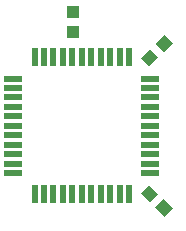
<source format=gtp>
G75*
G70*
%OFA0B0*%
%FSLAX24Y24*%
%IPPOS*%
%LPD*%
%AMOC8*
5,1,8,0,0,1.08239X$1,22.5*
%
%ADD10R,0.0591X0.0197*%
%ADD11R,0.0197X0.0591*%
%ADD12R,0.0433X0.0394*%
%ADD13R,0.0394X0.0433*%
D10*
X004325Y005419D03*
X004325Y005734D03*
X004325Y006049D03*
X004325Y006364D03*
X004325Y006679D03*
X004325Y006994D03*
X004325Y007309D03*
X004325Y007624D03*
X004325Y007939D03*
X004325Y008254D03*
X004325Y008569D03*
X008892Y008569D03*
X008892Y008254D03*
X008892Y007939D03*
X008892Y007624D03*
X008892Y007309D03*
X008892Y006994D03*
X008892Y006679D03*
X008892Y006364D03*
X008892Y006049D03*
X008892Y005734D03*
X008892Y005419D03*
G36*
X008885Y004438D02*
X008580Y004743D01*
X008859Y005022D01*
X009164Y004717D01*
X008885Y004438D01*
G37*
G36*
X009359Y003965D02*
X009054Y004270D01*
X009333Y004549D01*
X009638Y004244D01*
X009359Y003965D01*
G37*
G36*
X009164Y009270D02*
X008859Y008965D01*
X008580Y009244D01*
X008885Y009549D01*
X009164Y009270D01*
G37*
G36*
X009638Y009743D02*
X009333Y009438D01*
X009054Y009717D01*
X009359Y010022D01*
X009638Y009743D01*
G37*
G36*
X009638Y009743D02*
X009333Y009438D01*
X009054Y009717D01*
X009359Y010022D01*
X009638Y009743D01*
G37*
G36*
X009164Y009270D02*
X008859Y008965D01*
X008580Y009244D01*
X008885Y009549D01*
X009164Y009270D01*
G37*
D11*
X008184Y009277D03*
X007869Y009277D03*
X007554Y009277D03*
X007239Y009277D03*
X006924Y009277D03*
X006609Y009277D03*
X006294Y009277D03*
X005979Y009277D03*
X005664Y009277D03*
X005349Y009277D03*
X005034Y009277D03*
X005034Y004710D03*
X005349Y004710D03*
X005664Y004710D03*
X005979Y004710D03*
X006294Y004710D03*
X006609Y004710D03*
X006924Y004710D03*
X007239Y004710D03*
X007554Y004710D03*
X007869Y004710D03*
X008184Y004710D03*
G36*
X008885Y004438D02*
X008580Y004743D01*
X008859Y005022D01*
X009164Y004717D01*
X008885Y004438D01*
G37*
G36*
X009359Y003965D02*
X009054Y004270D01*
X009333Y004549D01*
X009638Y004244D01*
X009359Y003965D01*
G37*
G36*
X009359Y003965D02*
X009054Y004270D01*
X009333Y004549D01*
X009638Y004244D01*
X009359Y003965D01*
G37*
G36*
X008885Y004438D02*
X008580Y004743D01*
X008859Y005022D01*
X009164Y004717D01*
X008885Y004438D01*
G37*
G36*
X009164Y009270D02*
X008859Y008965D01*
X008580Y009244D01*
X008885Y009549D01*
X009164Y009270D01*
G37*
G36*
X009638Y009743D02*
X009333Y009438D01*
X009054Y009717D01*
X009359Y010022D01*
X009638Y009743D01*
G37*
G36*
X009638Y009743D02*
X009333Y009438D01*
X009054Y009717D01*
X009359Y010022D01*
X009638Y009743D01*
G37*
G36*
X009164Y009270D02*
X008859Y008965D01*
X008580Y009244D01*
X008885Y009549D01*
X009164Y009270D01*
G37*
D13*
X006309Y010109D03*
X006309Y010779D03*
G36*
X008885Y004438D02*
X008580Y004743D01*
X008859Y005022D01*
X009164Y004717D01*
X008885Y004438D01*
G37*
G36*
X009359Y003965D02*
X009054Y004270D01*
X009333Y004549D01*
X009638Y004244D01*
X009359Y003965D01*
G37*
M02*

</source>
